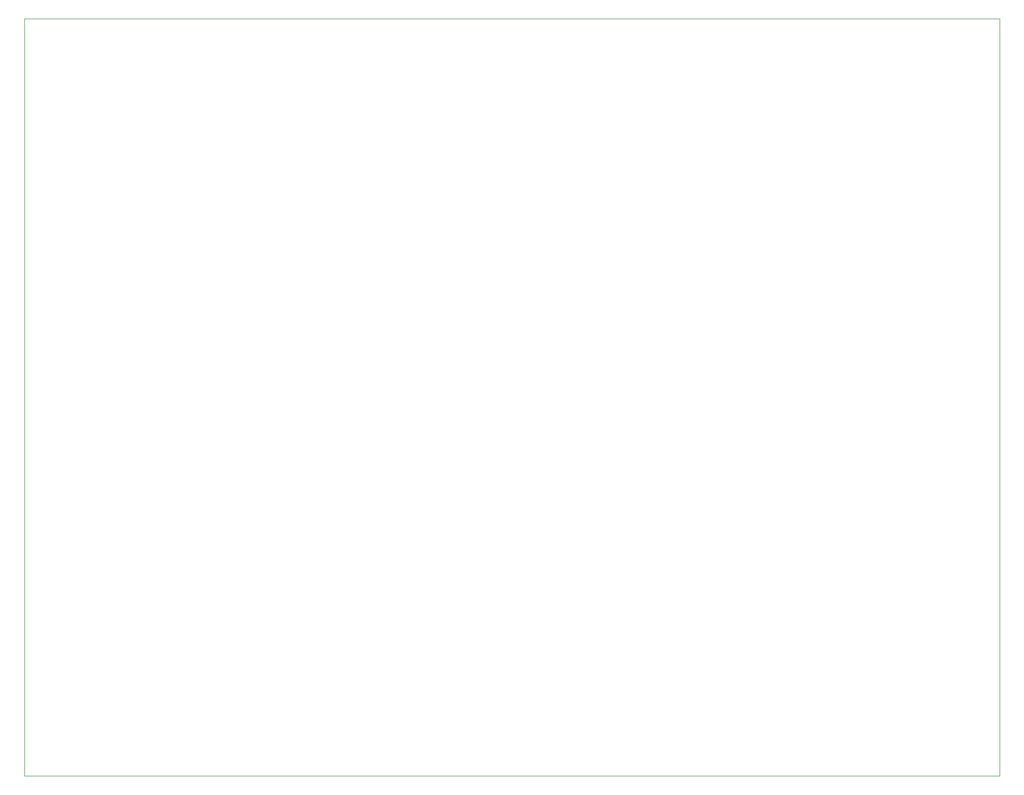
<source format=gko>
*%FSLAX23Y23*%
*%MOIN*%
G01*
D12*
X6868Y5698D02*
Y10565D01*
X13131D01*
Y5698D01*
X6868D01*
D02*
M02*

</source>
